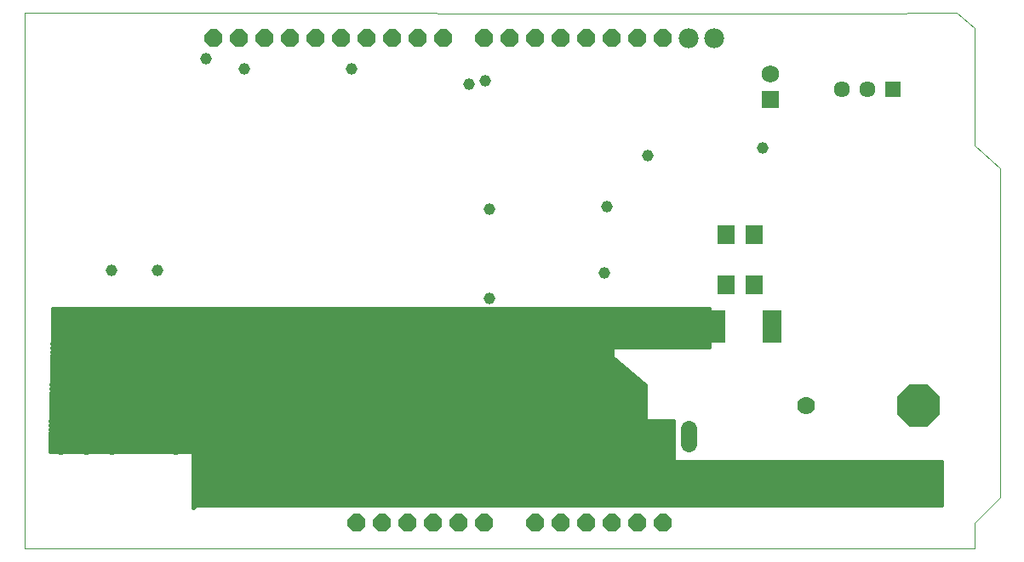
<source format=gbs>
G75*
%MOIN*%
%OFA0B0*%
%FSLAX25Y25*%
%IPPOS*%
%LPD*%
%AMOC8*
5,1,8,0,0,1.08239X$1,22.5*
%
%ADD10C,0.00000*%
%ADD11C,0.01600*%
%ADD12R,0.06699X0.07498*%
%ADD13R,0.06699X0.07487*%
%ADD14R,0.07487X0.12998*%
%ADD15OC8,0.07000*%
%ADD16C,0.07000*%
%ADD17R,0.06900X0.06900*%
%ADD18C,0.06400*%
%ADD19C,0.07800*%
%ADD20OC8,0.16800*%
%ADD21R,0.06337X0.06337*%
%ADD22C,0.06337*%
%ADD23C,0.06900*%
%ADD24C,0.04534*%
D10*
X0005000Y0005000D02*
X0005000Y0215000D01*
X0330921Y0214701D01*
X0370000Y0215000D01*
X0377000Y0209000D01*
X0377000Y0163000D01*
X0387000Y0154000D01*
X0387000Y0025000D01*
X0377000Y0015000D01*
X0377000Y0005000D01*
X0005000Y0005000D01*
D11*
X0071000Y0021000D02*
X0072000Y0022000D01*
X0364000Y0022000D01*
X0364000Y0039000D01*
X0259000Y0039000D01*
X0259000Y0055000D01*
X0248000Y0055000D01*
X0248000Y0069000D01*
X0235000Y0080000D01*
X0235000Y0084000D01*
X0273000Y0084000D01*
X0273000Y0099000D01*
X0016000Y0099000D01*
X0016000Y0088000D01*
X0015000Y0043000D01*
X0071000Y0043000D01*
X0071000Y0021000D01*
X0071000Y0021487D02*
X0071487Y0021487D01*
X0071000Y0023085D02*
X0364000Y0023085D01*
X0364000Y0024684D02*
X0071000Y0024684D01*
X0071000Y0026282D02*
X0364000Y0026282D01*
X0364000Y0027881D02*
X0071000Y0027881D01*
X0071000Y0029479D02*
X0364000Y0029479D01*
X0364000Y0031078D02*
X0071000Y0031078D01*
X0071000Y0032676D02*
X0364000Y0032676D01*
X0364000Y0034275D02*
X0071000Y0034275D01*
X0071000Y0035873D02*
X0364000Y0035873D01*
X0364000Y0037472D02*
X0071000Y0037472D01*
X0071000Y0039070D02*
X0259000Y0039070D01*
X0259000Y0040669D02*
X0071000Y0040669D01*
X0071000Y0042268D02*
X0259000Y0042268D01*
X0259000Y0043866D02*
X0015019Y0043866D01*
X0015055Y0045465D02*
X0259000Y0045465D01*
X0259000Y0047063D02*
X0015090Y0047063D01*
X0015126Y0048662D02*
X0259000Y0048662D01*
X0259000Y0050260D02*
X0015161Y0050260D01*
X0015197Y0051859D02*
X0259000Y0051859D01*
X0259000Y0053457D02*
X0015232Y0053457D01*
X0015268Y0055056D02*
X0248000Y0055056D01*
X0248000Y0056654D02*
X0015303Y0056654D01*
X0015339Y0058253D02*
X0248000Y0058253D01*
X0248000Y0059851D02*
X0015374Y0059851D01*
X0015410Y0061450D02*
X0248000Y0061450D01*
X0248000Y0063048D02*
X0015446Y0063048D01*
X0015481Y0064647D02*
X0248000Y0064647D01*
X0248000Y0066245D02*
X0015517Y0066245D01*
X0015552Y0067844D02*
X0248000Y0067844D01*
X0247477Y0069442D02*
X0015588Y0069442D01*
X0015623Y0071041D02*
X0245588Y0071041D01*
X0243699Y0072639D02*
X0015659Y0072639D01*
X0015694Y0074238D02*
X0241810Y0074238D01*
X0239921Y0075836D02*
X0015730Y0075836D01*
X0015765Y0077435D02*
X0238032Y0077435D01*
X0236143Y0079033D02*
X0015801Y0079033D01*
X0015836Y0080632D02*
X0235000Y0080632D01*
X0235000Y0082230D02*
X0015872Y0082230D01*
X0015907Y0083829D02*
X0235000Y0083829D01*
X0273000Y0085427D02*
X0015943Y0085427D01*
X0015978Y0087026D02*
X0273000Y0087026D01*
X0273000Y0088624D02*
X0016000Y0088624D01*
X0016000Y0090223D02*
X0273000Y0090223D01*
X0273000Y0091821D02*
X0016000Y0091821D01*
X0016000Y0093420D02*
X0273000Y0093420D01*
X0273000Y0095018D02*
X0016000Y0095018D01*
X0016000Y0096617D02*
X0273000Y0096617D01*
X0273000Y0098215D02*
X0016000Y0098215D01*
D12*
X0279732Y0108520D03*
X0290929Y0108520D03*
D13*
X0290701Y0128071D03*
X0279677Y0128071D03*
D14*
X0275843Y0092189D03*
X0297890Y0092189D03*
D15*
X0255000Y0015000D03*
X0245000Y0015000D03*
X0235000Y0015000D03*
X0225000Y0015000D03*
X0215000Y0015000D03*
X0205000Y0015000D03*
X0185000Y0015000D03*
X0175000Y0015000D03*
X0165000Y0015000D03*
X0155000Y0015000D03*
X0145000Y0015000D03*
X0135000Y0015000D03*
X0139000Y0205000D03*
X0129000Y0205000D03*
X0119000Y0205000D03*
X0109000Y0205000D03*
X0099000Y0205000D03*
X0089000Y0205000D03*
X0079000Y0205000D03*
X0149000Y0205000D03*
X0159000Y0205000D03*
X0169000Y0205000D03*
X0185000Y0205000D03*
X0195000Y0205000D03*
X0205000Y0205000D03*
X0215000Y0205000D03*
X0225000Y0205000D03*
X0235000Y0205000D03*
X0245000Y0205000D03*
X0255000Y0205000D03*
D16*
X0311000Y0061000D03*
D17*
X0311000Y0031000D03*
X0297000Y0181000D03*
D18*
X0265000Y0052000D02*
X0265000Y0046000D01*
X0255000Y0046000D02*
X0255000Y0052000D01*
X0245000Y0052000D02*
X0245000Y0046000D01*
X0220000Y0046000D02*
X0220000Y0052000D01*
X0210000Y0052000D02*
X0210000Y0046000D01*
X0200000Y0046000D02*
X0200000Y0052000D01*
X0174000Y0051000D02*
X0174000Y0045000D01*
X0164000Y0045000D02*
X0164000Y0051000D01*
X0154000Y0051000D02*
X0154000Y0045000D01*
X0129000Y0045000D02*
X0129000Y0051000D01*
X0119000Y0051000D02*
X0119000Y0045000D01*
X0109000Y0045000D02*
X0109000Y0051000D01*
X0084000Y0051000D02*
X0084000Y0045000D01*
X0074000Y0045000D02*
X0074000Y0051000D01*
X0064000Y0051000D02*
X0064000Y0045000D01*
X0039000Y0045000D02*
X0039000Y0051000D01*
X0029000Y0051000D02*
X0029000Y0045000D01*
X0019000Y0045000D02*
X0019000Y0051000D01*
D19*
X0265000Y0205000D03*
X0275000Y0205000D03*
D20*
X0232000Y0072000D03*
X0141000Y0072000D03*
X0051000Y0072000D03*
X0355000Y0061000D03*
X0355000Y0031000D03*
D21*
X0345000Y0184988D03*
D22*
X0335000Y0184988D03*
X0325000Y0184988D03*
D23*
X0297000Y0191000D03*
D24*
X0294000Y0162000D03*
X0249000Y0159000D03*
X0233000Y0139000D03*
X0232000Y0113000D03*
X0187000Y0103000D03*
X0187000Y0138000D03*
X0179000Y0187000D03*
X0185500Y0188500D03*
X0133000Y0193000D03*
X0091000Y0193000D03*
X0076000Y0197000D03*
X0057000Y0114000D03*
X0039000Y0114000D03*
M02*

</source>
